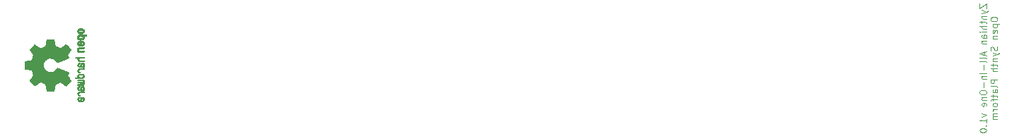
<source format=gbr>
G04 #@! TF.FileFunction,Legend,Bot*
%FSLAX46Y46*%
G04 Gerber Fmt 4.6, Leading zero omitted, Abs format (unit mm)*
G04 Created by KiCad (PCBNEW 4.0.6) date Tue Jun  5 10:56:57 2018*
%MOMM*%
%LPD*%
G01*
G04 APERTURE LIST*
%ADD10C,0.100000*%
%ADD11C,0.120000*%
%ADD12C,0.010000*%
G04 APERTURE END LIST*
D10*
D11*
X172891905Y-108471666D02*
X172891905Y-109004999D01*
X173691905Y-108471666D01*
X173691905Y-109004999D01*
X173158571Y-109233571D02*
X173691905Y-109424047D01*
X173158571Y-109614523D02*
X173691905Y-109424047D01*
X173882381Y-109347856D01*
X173920476Y-109309761D01*
X173958571Y-109233571D01*
X173158571Y-109919285D02*
X173691905Y-109919285D01*
X173234762Y-109919285D02*
X173196667Y-109957380D01*
X173158571Y-110033571D01*
X173158571Y-110147857D01*
X173196667Y-110224047D01*
X173272857Y-110262142D01*
X173691905Y-110262142D01*
X173158571Y-110528809D02*
X173158571Y-110833571D01*
X172891905Y-110643095D02*
X173577619Y-110643095D01*
X173653810Y-110681190D01*
X173691905Y-110757381D01*
X173691905Y-110833571D01*
X173691905Y-111100238D02*
X172891905Y-111100238D01*
X173691905Y-111443095D02*
X173272857Y-111443095D01*
X173196667Y-111405000D01*
X173158571Y-111328810D01*
X173158571Y-111214524D01*
X173196667Y-111138333D01*
X173234762Y-111100238D01*
X173691905Y-111824048D02*
X173158571Y-111824048D01*
X172891905Y-111824048D02*
X172930000Y-111785953D01*
X172968095Y-111824048D01*
X172930000Y-111862143D01*
X172891905Y-111824048D01*
X172968095Y-111824048D01*
X173691905Y-112547857D02*
X173272857Y-112547857D01*
X173196667Y-112509762D01*
X173158571Y-112433572D01*
X173158571Y-112281191D01*
X173196667Y-112205000D01*
X173653810Y-112547857D02*
X173691905Y-112471667D01*
X173691905Y-112281191D01*
X173653810Y-112205000D01*
X173577619Y-112166905D01*
X173501429Y-112166905D01*
X173425238Y-112205000D01*
X173387143Y-112281191D01*
X173387143Y-112471667D01*
X173349048Y-112547857D01*
X173158571Y-112928810D02*
X173691905Y-112928810D01*
X173234762Y-112928810D02*
X173196667Y-112966905D01*
X173158571Y-113043096D01*
X173158571Y-113157382D01*
X173196667Y-113233572D01*
X173272857Y-113271667D01*
X173691905Y-113271667D01*
X173463333Y-114224049D02*
X173463333Y-114605001D01*
X173691905Y-114147858D02*
X172891905Y-114414525D01*
X173691905Y-114681192D01*
X173691905Y-115062144D02*
X173653810Y-114985953D01*
X173577619Y-114947858D01*
X172891905Y-114947858D01*
X173691905Y-115481192D02*
X173653810Y-115405001D01*
X173577619Y-115366906D01*
X172891905Y-115366906D01*
X173387143Y-115785954D02*
X173387143Y-116395478D01*
X173691905Y-116776430D02*
X172891905Y-116776430D01*
X173158571Y-117157382D02*
X173691905Y-117157382D01*
X173234762Y-117157382D02*
X173196667Y-117195477D01*
X173158571Y-117271668D01*
X173158571Y-117385954D01*
X173196667Y-117462144D01*
X173272857Y-117500239D01*
X173691905Y-117500239D01*
X173387143Y-117881192D02*
X173387143Y-118490716D01*
X172891905Y-119024049D02*
X172891905Y-119176430D01*
X172930000Y-119252621D01*
X173006190Y-119328811D01*
X173158571Y-119366906D01*
X173425238Y-119366906D01*
X173577619Y-119328811D01*
X173653810Y-119252621D01*
X173691905Y-119176430D01*
X173691905Y-119024049D01*
X173653810Y-118947859D01*
X173577619Y-118871668D01*
X173425238Y-118833573D01*
X173158571Y-118833573D01*
X173006190Y-118871668D01*
X172930000Y-118947859D01*
X172891905Y-119024049D01*
X173158571Y-119709763D02*
X173691905Y-119709763D01*
X173234762Y-119709763D02*
X173196667Y-119747858D01*
X173158571Y-119824049D01*
X173158571Y-119938335D01*
X173196667Y-120014525D01*
X173272857Y-120052620D01*
X173691905Y-120052620D01*
X173653810Y-120738335D02*
X173691905Y-120662145D01*
X173691905Y-120509764D01*
X173653810Y-120433573D01*
X173577619Y-120395478D01*
X173272857Y-120395478D01*
X173196667Y-120433573D01*
X173158571Y-120509764D01*
X173158571Y-120662145D01*
X173196667Y-120738335D01*
X173272857Y-120776430D01*
X173349048Y-120776430D01*
X173425238Y-120395478D01*
X173158571Y-121652621D02*
X173691905Y-121843097D01*
X173158571Y-122033573D01*
X173691905Y-122757383D02*
X173691905Y-122300240D01*
X173691905Y-122528811D02*
X172891905Y-122528811D01*
X173006190Y-122452621D01*
X173082381Y-122376430D01*
X173120476Y-122300240D01*
X173615714Y-123100240D02*
X173653810Y-123138335D01*
X173691905Y-123100240D01*
X173653810Y-123062145D01*
X173615714Y-123100240D01*
X173691905Y-123100240D01*
X172891905Y-123633573D02*
X172891905Y-123709764D01*
X172930000Y-123785954D01*
X172968095Y-123824049D01*
X173044286Y-123862145D01*
X173196667Y-123900240D01*
X173387143Y-123900240D01*
X173539524Y-123862145D01*
X173615714Y-123824049D01*
X173653810Y-123785954D01*
X173691905Y-123709764D01*
X173691905Y-123633573D01*
X173653810Y-123557383D01*
X173615714Y-123519287D01*
X173539524Y-123481192D01*
X173387143Y-123443097D01*
X173196667Y-123443097D01*
X173044286Y-123481192D01*
X172968095Y-123519287D01*
X172930000Y-123557383D01*
X172891905Y-123633573D01*
X174211905Y-110243093D02*
X174211905Y-110395474D01*
X174250000Y-110471665D01*
X174326190Y-110547855D01*
X174478571Y-110585950D01*
X174745238Y-110585950D01*
X174897619Y-110547855D01*
X174973810Y-110471665D01*
X175011905Y-110395474D01*
X175011905Y-110243093D01*
X174973810Y-110166903D01*
X174897619Y-110090712D01*
X174745238Y-110052617D01*
X174478571Y-110052617D01*
X174326190Y-110090712D01*
X174250000Y-110166903D01*
X174211905Y-110243093D01*
X174478571Y-110928807D02*
X175278571Y-110928807D01*
X174516667Y-110928807D02*
X174478571Y-111004998D01*
X174478571Y-111157379D01*
X174516667Y-111233569D01*
X174554762Y-111271664D01*
X174630952Y-111309760D01*
X174859524Y-111309760D01*
X174935714Y-111271664D01*
X174973810Y-111233569D01*
X175011905Y-111157379D01*
X175011905Y-111004998D01*
X174973810Y-110928807D01*
X174973810Y-111957379D02*
X175011905Y-111881189D01*
X175011905Y-111728808D01*
X174973810Y-111652617D01*
X174897619Y-111614522D01*
X174592857Y-111614522D01*
X174516667Y-111652617D01*
X174478571Y-111728808D01*
X174478571Y-111881189D01*
X174516667Y-111957379D01*
X174592857Y-111995474D01*
X174669048Y-111995474D01*
X174745238Y-111614522D01*
X174478571Y-112338331D02*
X175011905Y-112338331D01*
X174554762Y-112338331D02*
X174516667Y-112376426D01*
X174478571Y-112452617D01*
X174478571Y-112566903D01*
X174516667Y-112643093D01*
X174592857Y-112681188D01*
X175011905Y-112681188D01*
X174973810Y-113633570D02*
X175011905Y-113747856D01*
X175011905Y-113938332D01*
X174973810Y-114014522D01*
X174935714Y-114052618D01*
X174859524Y-114090713D01*
X174783333Y-114090713D01*
X174707143Y-114052618D01*
X174669048Y-114014522D01*
X174630952Y-113938332D01*
X174592857Y-113785951D01*
X174554762Y-113709760D01*
X174516667Y-113671665D01*
X174440476Y-113633570D01*
X174364286Y-113633570D01*
X174288095Y-113671665D01*
X174250000Y-113709760D01*
X174211905Y-113785951D01*
X174211905Y-113976427D01*
X174250000Y-114090713D01*
X174478571Y-114357380D02*
X175011905Y-114547856D01*
X174478571Y-114738332D02*
X175011905Y-114547856D01*
X175202381Y-114471665D01*
X175240476Y-114433570D01*
X175278571Y-114357380D01*
X174478571Y-115043094D02*
X175011905Y-115043094D01*
X174554762Y-115043094D02*
X174516667Y-115081189D01*
X174478571Y-115157380D01*
X174478571Y-115271666D01*
X174516667Y-115347856D01*
X174592857Y-115385951D01*
X175011905Y-115385951D01*
X174478571Y-115652618D02*
X174478571Y-115957380D01*
X174211905Y-115766904D02*
X174897619Y-115766904D01*
X174973810Y-115804999D01*
X175011905Y-115881190D01*
X175011905Y-115957380D01*
X175011905Y-116224047D02*
X174211905Y-116224047D01*
X175011905Y-116566904D02*
X174592857Y-116566904D01*
X174516667Y-116528809D01*
X174478571Y-116452619D01*
X174478571Y-116338333D01*
X174516667Y-116262142D01*
X174554762Y-116224047D01*
X175011905Y-117557381D02*
X174211905Y-117557381D01*
X174211905Y-117862143D01*
X174250000Y-117938334D01*
X174288095Y-117976429D01*
X174364286Y-118014524D01*
X174478571Y-118014524D01*
X174554762Y-117976429D01*
X174592857Y-117938334D01*
X174630952Y-117862143D01*
X174630952Y-117557381D01*
X175011905Y-118471667D02*
X174973810Y-118395476D01*
X174897619Y-118357381D01*
X174211905Y-118357381D01*
X175011905Y-119119286D02*
X174592857Y-119119286D01*
X174516667Y-119081191D01*
X174478571Y-119005001D01*
X174478571Y-118852620D01*
X174516667Y-118776429D01*
X174973810Y-119119286D02*
X175011905Y-119043096D01*
X175011905Y-118852620D01*
X174973810Y-118776429D01*
X174897619Y-118738334D01*
X174821429Y-118738334D01*
X174745238Y-118776429D01*
X174707143Y-118852620D01*
X174707143Y-119043096D01*
X174669048Y-119119286D01*
X174478571Y-119385953D02*
X174478571Y-119690715D01*
X174211905Y-119500239D02*
X174897619Y-119500239D01*
X174973810Y-119538334D01*
X175011905Y-119614525D01*
X175011905Y-119690715D01*
X174478571Y-119843096D02*
X174478571Y-120147858D01*
X175011905Y-119957382D02*
X174326190Y-119957382D01*
X174250000Y-119995477D01*
X174211905Y-120071668D01*
X174211905Y-120147858D01*
X175011905Y-120528811D02*
X174973810Y-120452620D01*
X174935714Y-120414525D01*
X174859524Y-120376430D01*
X174630952Y-120376430D01*
X174554762Y-120414525D01*
X174516667Y-120452620D01*
X174478571Y-120528811D01*
X174478571Y-120643097D01*
X174516667Y-120719287D01*
X174554762Y-120757382D01*
X174630952Y-120795478D01*
X174859524Y-120795478D01*
X174935714Y-120757382D01*
X174973810Y-120719287D01*
X175011905Y-120643097D01*
X175011905Y-120528811D01*
X175011905Y-121138335D02*
X174478571Y-121138335D01*
X174630952Y-121138335D02*
X174554762Y-121176430D01*
X174516667Y-121214526D01*
X174478571Y-121290716D01*
X174478571Y-121366907D01*
X175011905Y-121633573D02*
X174478571Y-121633573D01*
X174554762Y-121633573D02*
X174516667Y-121671668D01*
X174478571Y-121747859D01*
X174478571Y-121862145D01*
X174516667Y-121938335D01*
X174592857Y-121976430D01*
X175011905Y-121976430D01*
X174592857Y-121976430D02*
X174516667Y-122014526D01*
X174478571Y-122090716D01*
X174478571Y-122205002D01*
X174516667Y-122281192D01*
X174592857Y-122319287D01*
X175011905Y-122319287D01*
D12*
G36*
X64916105Y-112592886D02*
X64953327Y-112667539D01*
X65021861Y-112733431D01*
X65047248Y-112751577D01*
X65080466Y-112771345D01*
X65116545Y-112784172D01*
X65164698Y-112791510D01*
X65234136Y-112794813D01*
X65325806Y-112795538D01*
X65451430Y-112792263D01*
X65545754Y-112780877D01*
X65616123Y-112759041D01*
X65669886Y-112724419D01*
X65714388Y-112674670D01*
X65717023Y-112671014D01*
X65743977Y-112621985D01*
X65757312Y-112562945D01*
X65760600Y-112487859D01*
X65760600Y-112365795D01*
X65879097Y-112365744D01*
X65945092Y-112364608D01*
X65983802Y-112357686D01*
X66007019Y-112339598D01*
X66026533Y-112304962D01*
X66030520Y-112296645D01*
X66049203Y-112257720D01*
X66061003Y-112227583D01*
X66062022Y-112205174D01*
X66048361Y-112189433D01*
X66016122Y-112179302D01*
X65961404Y-112173723D01*
X65880311Y-112171635D01*
X65768944Y-112171981D01*
X65623402Y-112173700D01*
X65579869Y-112174237D01*
X65429805Y-112176172D01*
X65331642Y-112177904D01*
X65331642Y-112365692D01*
X65414964Y-112366748D01*
X65469480Y-112371438D01*
X65505437Y-112382051D01*
X65533082Y-112400872D01*
X65546565Y-112413650D01*
X65586017Y-112465890D01*
X65589228Y-112512142D01*
X65556649Y-112559867D01*
X65555446Y-112561077D01*
X65530268Y-112580494D01*
X65496047Y-112592307D01*
X65443348Y-112598265D01*
X65362731Y-112600120D01*
X65344871Y-112600154D01*
X65233775Y-112595670D01*
X65156761Y-112581074D01*
X65109747Y-112554650D01*
X65088650Y-112514683D01*
X65086523Y-112491584D01*
X65096500Y-112436762D01*
X65129352Y-112399158D01*
X65189457Y-112376523D01*
X65281198Y-112366606D01*
X65331642Y-112365692D01*
X65331642Y-112177904D01*
X65313660Y-112178222D01*
X65226279Y-112180873D01*
X65162505Y-112184606D01*
X65117182Y-112189907D01*
X65085155Y-112197258D01*
X65061268Y-112207143D01*
X65040364Y-112220046D01*
X65032498Y-112225579D01*
X64958195Y-112298969D01*
X64916067Y-112391760D01*
X64904322Y-112499096D01*
X64916105Y-112592886D01*
X64916105Y-112592886D01*
G37*
X64916105Y-112592886D02*
X64953327Y-112667539D01*
X65021861Y-112733431D01*
X65047248Y-112751577D01*
X65080466Y-112771345D01*
X65116545Y-112784172D01*
X65164698Y-112791510D01*
X65234136Y-112794813D01*
X65325806Y-112795538D01*
X65451430Y-112792263D01*
X65545754Y-112780877D01*
X65616123Y-112759041D01*
X65669886Y-112724419D01*
X65714388Y-112674670D01*
X65717023Y-112671014D01*
X65743977Y-112621985D01*
X65757312Y-112562945D01*
X65760600Y-112487859D01*
X65760600Y-112365795D01*
X65879097Y-112365744D01*
X65945092Y-112364608D01*
X65983802Y-112357686D01*
X66007019Y-112339598D01*
X66026533Y-112304962D01*
X66030520Y-112296645D01*
X66049203Y-112257720D01*
X66061003Y-112227583D01*
X66062022Y-112205174D01*
X66048361Y-112189433D01*
X66016122Y-112179302D01*
X65961404Y-112173723D01*
X65880311Y-112171635D01*
X65768944Y-112171981D01*
X65623402Y-112173700D01*
X65579869Y-112174237D01*
X65429805Y-112176172D01*
X65331642Y-112177904D01*
X65331642Y-112365692D01*
X65414964Y-112366748D01*
X65469480Y-112371438D01*
X65505437Y-112382051D01*
X65533082Y-112400872D01*
X65546565Y-112413650D01*
X65586017Y-112465890D01*
X65589228Y-112512142D01*
X65556649Y-112559867D01*
X65555446Y-112561077D01*
X65530268Y-112580494D01*
X65496047Y-112592307D01*
X65443348Y-112598265D01*
X65362731Y-112600120D01*
X65344871Y-112600154D01*
X65233775Y-112595670D01*
X65156761Y-112581074D01*
X65109747Y-112554650D01*
X65088650Y-112514683D01*
X65086523Y-112491584D01*
X65096500Y-112436762D01*
X65129352Y-112399158D01*
X65189457Y-112376523D01*
X65281198Y-112366606D01*
X65331642Y-112365692D01*
X65331642Y-112177904D01*
X65313660Y-112178222D01*
X65226279Y-112180873D01*
X65162505Y-112184606D01*
X65117182Y-112189907D01*
X65085155Y-112197258D01*
X65061268Y-112207143D01*
X65040364Y-112220046D01*
X65032498Y-112225579D01*
X64958195Y-112298969D01*
X64916067Y-112391760D01*
X64904322Y-112499096D01*
X64916105Y-112592886D01*
G36*
X64926689Y-114095664D02*
X64962958Y-114158367D01*
X64998958Y-114201961D01*
X65036675Y-114233845D01*
X65082799Y-114255810D01*
X65144021Y-114269649D01*
X65227031Y-114277153D01*
X65338519Y-114280117D01*
X65418662Y-114280461D01*
X65713665Y-114280461D01*
X65788115Y-114114385D01*
X65465002Y-114104615D01*
X65344329Y-114100579D01*
X65256741Y-114096344D01*
X65196250Y-114091097D01*
X65156868Y-114084025D01*
X65132607Y-114074311D01*
X65117480Y-114061144D01*
X65114206Y-114056919D01*
X65088634Y-113992909D01*
X65098753Y-113928208D01*
X65125600Y-113889692D01*
X65144624Y-113874025D01*
X65169588Y-113863180D01*
X65207434Y-113856288D01*
X65265102Y-113852479D01*
X65349535Y-113850883D01*
X65437528Y-113850615D01*
X65547923Y-113850563D01*
X65626063Y-113848672D01*
X65678765Y-113842345D01*
X65712842Y-113828983D01*
X65735111Y-113805985D01*
X65752387Y-113770754D01*
X65770338Y-113723697D01*
X65789878Y-113672303D01*
X65443085Y-113678421D01*
X65318068Y-113680884D01*
X65225682Y-113683767D01*
X65159481Y-113687898D01*
X65113020Y-113694107D01*
X65079856Y-113703226D01*
X65053544Y-113716083D01*
X65030329Y-113731584D01*
X64956169Y-113806371D01*
X64913284Y-113897628D01*
X64903012Y-113996883D01*
X64926689Y-114095664D01*
X64926689Y-114095664D01*
G37*
X64926689Y-114095664D02*
X64962958Y-114158367D01*
X64998958Y-114201961D01*
X65036675Y-114233845D01*
X65082799Y-114255810D01*
X65144021Y-114269649D01*
X65227031Y-114277153D01*
X65338519Y-114280117D01*
X65418662Y-114280461D01*
X65713665Y-114280461D01*
X65788115Y-114114385D01*
X65465002Y-114104615D01*
X65344329Y-114100579D01*
X65256741Y-114096344D01*
X65196250Y-114091097D01*
X65156868Y-114084025D01*
X65132607Y-114074311D01*
X65117480Y-114061144D01*
X65114206Y-114056919D01*
X65088634Y-113992909D01*
X65098753Y-113928208D01*
X65125600Y-113889692D01*
X65144624Y-113874025D01*
X65169588Y-113863180D01*
X65207434Y-113856288D01*
X65265102Y-113852479D01*
X65349535Y-113850883D01*
X65437528Y-113850615D01*
X65547923Y-113850563D01*
X65626063Y-113848672D01*
X65678765Y-113842345D01*
X65712842Y-113828983D01*
X65735111Y-113805985D01*
X65752387Y-113770754D01*
X65770338Y-113723697D01*
X65789878Y-113672303D01*
X65443085Y-113678421D01*
X65318068Y-113680884D01*
X65225682Y-113683767D01*
X65159481Y-113687898D01*
X65113020Y-113694107D01*
X65079856Y-113703226D01*
X65053544Y-113716083D01*
X65030329Y-113731584D01*
X64956169Y-113806371D01*
X64913284Y-113897628D01*
X64903012Y-113996883D01*
X64926689Y-114095664D01*
G36*
X64918856Y-111840886D02*
X64967009Y-111932464D01*
X65044505Y-112000049D01*
X65094327Y-112024057D01*
X65169133Y-112042738D01*
X65263652Y-112052301D01*
X65366810Y-112053208D01*
X65467535Y-112045921D01*
X65554753Y-112030903D01*
X65617391Y-112008615D01*
X65628179Y-112001765D01*
X65708705Y-111920632D01*
X65756936Y-111824266D01*
X65771050Y-111719701D01*
X65749229Y-111613968D01*
X65736147Y-111584543D01*
X65695831Y-111527241D01*
X65642375Y-111476950D01*
X65635595Y-111472197D01*
X65602921Y-111452878D01*
X65567994Y-111440108D01*
X65522014Y-111432564D01*
X65456184Y-111428924D01*
X65361705Y-111427865D01*
X65340523Y-111427846D01*
X65333782Y-111427894D01*
X65333782Y-111623231D01*
X65422949Y-111624368D01*
X65482120Y-111628841D01*
X65520341Y-111638246D01*
X65546653Y-111654176D01*
X65555446Y-111662308D01*
X65588861Y-111709058D01*
X65587337Y-111754447D01*
X65558352Y-111800340D01*
X65527409Y-111827712D01*
X65482243Y-111843923D01*
X65411020Y-111853026D01*
X65402714Y-111853651D01*
X65273637Y-111855204D01*
X65177772Y-111838965D01*
X65115707Y-111805152D01*
X65088032Y-111753984D01*
X65086523Y-111735720D01*
X65094113Y-111687760D01*
X65120408Y-111654953D01*
X65170695Y-111634895D01*
X65250264Y-111625178D01*
X65333782Y-111623231D01*
X65333782Y-111427894D01*
X65239849Y-111428574D01*
X65169506Y-111431629D01*
X65120763Y-111438322D01*
X65084888Y-111449960D01*
X65053148Y-111467853D01*
X65047248Y-111471808D01*
X64967704Y-111538267D01*
X64921529Y-111610685D01*
X64903199Y-111698849D01*
X64902303Y-111728787D01*
X64918856Y-111840886D01*
X64918856Y-111840886D01*
G37*
X64918856Y-111840886D02*
X64967009Y-111932464D01*
X65044505Y-112000049D01*
X65094327Y-112024057D01*
X65169133Y-112042738D01*
X65263652Y-112052301D01*
X65366810Y-112053208D01*
X65467535Y-112045921D01*
X65554753Y-112030903D01*
X65617391Y-112008615D01*
X65628179Y-112001765D01*
X65708705Y-111920632D01*
X65756936Y-111824266D01*
X65771050Y-111719701D01*
X65749229Y-111613968D01*
X65736147Y-111584543D01*
X65695831Y-111527241D01*
X65642375Y-111476950D01*
X65635595Y-111472197D01*
X65602921Y-111452878D01*
X65567994Y-111440108D01*
X65522014Y-111432564D01*
X65456184Y-111428924D01*
X65361705Y-111427865D01*
X65340523Y-111427846D01*
X65333782Y-111427894D01*
X65333782Y-111623231D01*
X65422949Y-111624368D01*
X65482120Y-111628841D01*
X65520341Y-111638246D01*
X65546653Y-111654176D01*
X65555446Y-111662308D01*
X65588861Y-111709058D01*
X65587337Y-111754447D01*
X65558352Y-111800340D01*
X65527409Y-111827712D01*
X65482243Y-111843923D01*
X65411020Y-111853026D01*
X65402714Y-111853651D01*
X65273637Y-111855204D01*
X65177772Y-111838965D01*
X65115707Y-111805152D01*
X65088032Y-111753984D01*
X65086523Y-111735720D01*
X65094113Y-111687760D01*
X65120408Y-111654953D01*
X65170695Y-111634895D01*
X65250264Y-111625178D01*
X65333782Y-111623231D01*
X65333782Y-111427894D01*
X65239849Y-111428574D01*
X65169506Y-111431629D01*
X65120763Y-111438322D01*
X65084888Y-111449960D01*
X65053148Y-111467853D01*
X65047248Y-111471808D01*
X64967704Y-111538267D01*
X64921529Y-111610685D01*
X64903199Y-111698849D01*
X64902303Y-111728787D01*
X64918856Y-111840886D01*
G36*
X64931345Y-113358254D02*
X64983167Y-113435286D01*
X65058012Y-113494816D01*
X65153254Y-113530378D01*
X65223356Y-113537571D01*
X65252609Y-113536754D01*
X65275007Y-113529914D01*
X65295074Y-113511112D01*
X65317333Y-113474408D01*
X65346309Y-113413862D01*
X65386527Y-113323534D01*
X65386729Y-113323077D01*
X65424810Y-113239933D01*
X65458625Y-113171753D01*
X65484533Y-113125505D01*
X65498895Y-113108158D01*
X65499011Y-113108154D01*
X65530285Y-113123443D01*
X65564757Y-113159196D01*
X65589590Y-113200242D01*
X65594523Y-113221037D01*
X65577462Y-113277770D01*
X65534733Y-113326627D01*
X65487755Y-113350465D01*
X65453122Y-113373397D01*
X65413681Y-113418318D01*
X65379609Y-113471123D01*
X65361080Y-113517710D01*
X65360062Y-113527452D01*
X65376815Y-113538418D01*
X65419639Y-113539079D01*
X65477381Y-113531020D01*
X65538889Y-113515827D01*
X65593009Y-113495086D01*
X65595110Y-113494038D01*
X65682260Y-113431621D01*
X65741539Y-113350726D01*
X65770634Y-113258856D01*
X65767234Y-113163513D01*
X65729028Y-113072198D01*
X65726341Y-113068138D01*
X65661242Y-112996306D01*
X65576305Y-112949073D01*
X65464621Y-112922934D01*
X65433243Y-112919426D01*
X65285136Y-112913213D01*
X65216068Y-112920661D01*
X65216068Y-113108154D01*
X65259152Y-113110590D01*
X65271726Y-113123914D01*
X65262319Y-113157132D01*
X65240083Y-113209494D01*
X65212210Y-113268024D01*
X65211472Y-113269479D01*
X65185377Y-113319089D01*
X65167963Y-113339000D01*
X65149707Y-113334090D01*
X65125720Y-113313416D01*
X65091006Y-113260819D01*
X65088456Y-113204177D01*
X65113719Y-113153369D01*
X65162447Y-113118276D01*
X65216068Y-113108154D01*
X65216068Y-112920661D01*
X65166636Y-112925992D01*
X65072655Y-112958778D01*
X65006815Y-113004421D01*
X64940281Y-113086802D01*
X64907276Y-113177546D01*
X64905173Y-113270185D01*
X64931345Y-113358254D01*
X64931345Y-113358254D01*
G37*
X64931345Y-113358254D02*
X64983167Y-113435286D01*
X65058012Y-113494816D01*
X65153254Y-113530378D01*
X65223356Y-113537571D01*
X65252609Y-113536754D01*
X65275007Y-113529914D01*
X65295074Y-113511112D01*
X65317333Y-113474408D01*
X65346309Y-113413862D01*
X65386527Y-113323534D01*
X65386729Y-113323077D01*
X65424810Y-113239933D01*
X65458625Y-113171753D01*
X65484533Y-113125505D01*
X65498895Y-113108158D01*
X65499011Y-113108154D01*
X65530285Y-113123443D01*
X65564757Y-113159196D01*
X65589590Y-113200242D01*
X65594523Y-113221037D01*
X65577462Y-113277770D01*
X65534733Y-113326627D01*
X65487755Y-113350465D01*
X65453122Y-113373397D01*
X65413681Y-113418318D01*
X65379609Y-113471123D01*
X65361080Y-113517710D01*
X65360062Y-113527452D01*
X65376815Y-113538418D01*
X65419639Y-113539079D01*
X65477381Y-113531020D01*
X65538889Y-113515827D01*
X65593009Y-113495086D01*
X65595110Y-113494038D01*
X65682260Y-113431621D01*
X65741539Y-113350726D01*
X65770634Y-113258856D01*
X65767234Y-113163513D01*
X65729028Y-113072198D01*
X65726341Y-113068138D01*
X65661242Y-112996306D01*
X65576305Y-112949073D01*
X65464621Y-112922934D01*
X65433243Y-112919426D01*
X65285136Y-112913213D01*
X65216068Y-112920661D01*
X65216068Y-113108154D01*
X65259152Y-113110590D01*
X65271726Y-113123914D01*
X65262319Y-113157132D01*
X65240083Y-113209494D01*
X65212210Y-113268024D01*
X65211472Y-113269479D01*
X65185377Y-113319089D01*
X65167963Y-113339000D01*
X65149707Y-113334090D01*
X65125720Y-113313416D01*
X65091006Y-113260819D01*
X65088456Y-113204177D01*
X65113719Y-113153369D01*
X65162447Y-113118276D01*
X65216068Y-113108154D01*
X65216068Y-112920661D01*
X65166636Y-112925992D01*
X65072655Y-112958778D01*
X65006815Y-113004421D01*
X64940281Y-113086802D01*
X64907276Y-113177546D01*
X64905173Y-113270185D01*
X64931345Y-113358254D01*
G36*
X64823720Y-114983846D02*
X64903580Y-114989572D01*
X64950639Y-114996149D01*
X64971166Y-115005262D01*
X64971429Y-115018598D01*
X64968978Y-115022923D01*
X64951236Y-115080444D01*
X64952272Y-115155268D01*
X64970510Y-115231339D01*
X64994105Y-115278918D01*
X65031798Y-115327702D01*
X65074455Y-115363364D01*
X65128657Y-115387845D01*
X65200984Y-115403087D01*
X65298019Y-115411030D01*
X65426342Y-115413616D01*
X65450958Y-115413662D01*
X65727470Y-115413692D01*
X65748920Y-115352161D01*
X65763512Y-115308459D01*
X65770306Y-115284482D01*
X65770369Y-115283777D01*
X65751945Y-115281415D01*
X65701126Y-115279406D01*
X65624593Y-115277901D01*
X65529030Y-115277053D01*
X65470929Y-115276923D01*
X65356371Y-115276651D01*
X65274267Y-115275252D01*
X65217993Y-115271849D01*
X65180926Y-115265567D01*
X65156444Y-115255529D01*
X65137925Y-115240861D01*
X65129006Y-115231702D01*
X65093066Y-115168789D01*
X65090375Y-115100136D01*
X65120770Y-115037848D01*
X65131744Y-115026329D01*
X65152379Y-115009433D01*
X65176856Y-114997714D01*
X65212247Y-114990233D01*
X65265626Y-114986054D01*
X65344066Y-114984237D01*
X65452217Y-114983846D01*
X65727470Y-114983846D01*
X65748920Y-114922315D01*
X65763512Y-114878613D01*
X65770306Y-114854636D01*
X65770369Y-114853930D01*
X65751669Y-114852126D01*
X65698922Y-114850500D01*
X65617157Y-114849117D01*
X65511405Y-114848042D01*
X65386694Y-114847340D01*
X65248055Y-114847077D01*
X64713406Y-114847077D01*
X64659836Y-114974077D01*
X64823720Y-114983846D01*
X64823720Y-114983846D01*
G37*
X64823720Y-114983846D02*
X64903580Y-114989572D01*
X64950639Y-114996149D01*
X64971166Y-115005262D01*
X64971429Y-115018598D01*
X64968978Y-115022923D01*
X64951236Y-115080444D01*
X64952272Y-115155268D01*
X64970510Y-115231339D01*
X64994105Y-115278918D01*
X65031798Y-115327702D01*
X65074455Y-115363364D01*
X65128657Y-115387845D01*
X65200984Y-115403087D01*
X65298019Y-115411030D01*
X65426342Y-115413616D01*
X65450958Y-115413662D01*
X65727470Y-115413692D01*
X65748920Y-115352161D01*
X65763512Y-115308459D01*
X65770306Y-115284482D01*
X65770369Y-115283777D01*
X65751945Y-115281415D01*
X65701126Y-115279406D01*
X65624593Y-115277901D01*
X65529030Y-115277053D01*
X65470929Y-115276923D01*
X65356371Y-115276651D01*
X65274267Y-115275252D01*
X65217993Y-115271849D01*
X65180926Y-115265567D01*
X65156444Y-115255529D01*
X65137925Y-115240861D01*
X65129006Y-115231702D01*
X65093066Y-115168789D01*
X65090375Y-115100136D01*
X65120770Y-115037848D01*
X65131744Y-115026329D01*
X65152379Y-115009433D01*
X65176856Y-114997714D01*
X65212247Y-114990233D01*
X65265626Y-114986054D01*
X65344066Y-114984237D01*
X65452217Y-114983846D01*
X65727470Y-114983846D01*
X65748920Y-114922315D01*
X65763512Y-114878613D01*
X65770306Y-114854636D01*
X65770369Y-114853930D01*
X65751669Y-114852126D01*
X65698922Y-114850500D01*
X65617157Y-114849117D01*
X65511405Y-114848042D01*
X65386694Y-114847340D01*
X65248055Y-114847077D01*
X64713406Y-114847077D01*
X64659836Y-114974077D01*
X64823720Y-114983846D01*
G36*
X64957903Y-115877501D02*
X64986333Y-115954060D01*
X64986879Y-115954936D01*
X65021727Y-116002285D01*
X65062452Y-116037241D01*
X65115525Y-116061825D01*
X65187414Y-116078062D01*
X65284592Y-116087975D01*
X65413528Y-116093586D01*
X65431898Y-116094077D01*
X65708887Y-116101141D01*
X65739628Y-116041695D01*
X65760402Y-115998681D01*
X65770246Y-115972710D01*
X65770369Y-115971509D01*
X65752206Y-115967014D01*
X65703212Y-115963444D01*
X65631631Y-115961248D01*
X65573668Y-115960769D01*
X65479770Y-115960758D01*
X65420803Y-115956466D01*
X65392679Y-115941503D01*
X65391306Y-115909482D01*
X65412598Y-115854014D01*
X65451736Y-115770269D01*
X65484243Y-115708689D01*
X65512445Y-115677017D01*
X65543182Y-115667706D01*
X65544704Y-115667692D01*
X65597654Y-115683057D01*
X65626260Y-115728547D01*
X65630403Y-115798166D01*
X65629684Y-115848313D01*
X65644127Y-115874754D01*
X65678818Y-115891243D01*
X65723016Y-115900733D01*
X65748093Y-115887057D01*
X65751682Y-115881907D01*
X65766096Y-115833425D01*
X65768137Y-115765531D01*
X65758583Y-115695612D01*
X65741122Y-115646068D01*
X65682964Y-115577570D01*
X65602008Y-115538634D01*
X65538760Y-115530923D01*
X65481711Y-115536807D01*
X65435142Y-115558101D01*
X65393781Y-115600265D01*
X65352355Y-115668759D01*
X65305593Y-115769044D01*
X65302950Y-115775154D01*
X65261217Y-115865490D01*
X65226991Y-115921235D01*
X65196235Y-115945129D01*
X65164911Y-115939913D01*
X65128983Y-115908328D01*
X65120716Y-115898883D01*
X65088658Y-115835617D01*
X65090007Y-115770064D01*
X65121438Y-115712972D01*
X65179624Y-115675093D01*
X65191046Y-115671574D01*
X65246437Y-115637300D01*
X65273118Y-115593809D01*
X65299560Y-115530923D01*
X65231148Y-115530923D01*
X65131710Y-115550052D01*
X65040502Y-115606831D01*
X65009989Y-115636378D01*
X64970828Y-115703542D01*
X64953100Y-115788956D01*
X64957903Y-115877501D01*
X64957903Y-115877501D01*
G37*
X64957903Y-115877501D02*
X64986333Y-115954060D01*
X64986879Y-115954936D01*
X65021727Y-116002285D01*
X65062452Y-116037241D01*
X65115525Y-116061825D01*
X65187414Y-116078062D01*
X65284592Y-116087975D01*
X65413528Y-116093586D01*
X65431898Y-116094077D01*
X65708887Y-116101141D01*
X65739628Y-116041695D01*
X65760402Y-115998681D01*
X65770246Y-115972710D01*
X65770369Y-115971509D01*
X65752206Y-115967014D01*
X65703212Y-115963444D01*
X65631631Y-115961248D01*
X65573668Y-115960769D01*
X65479770Y-115960758D01*
X65420803Y-115956466D01*
X65392679Y-115941503D01*
X65391306Y-115909482D01*
X65412598Y-115854014D01*
X65451736Y-115770269D01*
X65484243Y-115708689D01*
X65512445Y-115677017D01*
X65543182Y-115667706D01*
X65544704Y-115667692D01*
X65597654Y-115683057D01*
X65626260Y-115728547D01*
X65630403Y-115798166D01*
X65629684Y-115848313D01*
X65644127Y-115874754D01*
X65678818Y-115891243D01*
X65723016Y-115900733D01*
X65748093Y-115887057D01*
X65751682Y-115881907D01*
X65766096Y-115833425D01*
X65768137Y-115765531D01*
X65758583Y-115695612D01*
X65741122Y-115646068D01*
X65682964Y-115577570D01*
X65602008Y-115538634D01*
X65538760Y-115530923D01*
X65481711Y-115536807D01*
X65435142Y-115558101D01*
X65393781Y-115600265D01*
X65352355Y-115668759D01*
X65305593Y-115769044D01*
X65302950Y-115775154D01*
X65261217Y-115865490D01*
X65226991Y-115921235D01*
X65196235Y-115945129D01*
X65164911Y-115939913D01*
X65128983Y-115908328D01*
X65120716Y-115898883D01*
X65088658Y-115835617D01*
X65090007Y-115770064D01*
X65121438Y-115712972D01*
X65179624Y-115675093D01*
X65191046Y-115671574D01*
X65246437Y-115637300D01*
X65273118Y-115593809D01*
X65299560Y-115530923D01*
X65231148Y-115530923D01*
X65131710Y-115550052D01*
X65040502Y-115606831D01*
X65009989Y-115636378D01*
X64970828Y-115703542D01*
X64953100Y-115788956D01*
X64957903Y-115877501D01*
G36*
X64956270Y-116537362D02*
X64989021Y-116626117D01*
X65046950Y-116698022D01*
X65087728Y-116726144D01*
X65162554Y-116756802D01*
X65216658Y-116756165D01*
X65253046Y-116723987D01*
X65259233Y-116712081D01*
X65278525Y-116660675D01*
X65273582Y-116634422D01*
X65241187Y-116625530D01*
X65223292Y-116625077D01*
X65157459Y-116608797D01*
X65111407Y-116566365D01*
X65089164Y-116507388D01*
X65094761Y-116441475D01*
X65123829Y-116387895D01*
X65140410Y-116369798D01*
X65160525Y-116356971D01*
X65190932Y-116348306D01*
X65238388Y-116342696D01*
X65309650Y-116339035D01*
X65411475Y-116336215D01*
X65443715Y-116335484D01*
X65554010Y-116332820D01*
X65631636Y-116329792D01*
X65682996Y-116325250D01*
X65714490Y-116318046D01*
X65732520Y-116307033D01*
X65743488Y-116291060D01*
X65748333Y-116280834D01*
X65764901Y-116237406D01*
X65770369Y-116211842D01*
X65752107Y-116203395D01*
X65696896Y-116198239D01*
X65604099Y-116196346D01*
X65473078Y-116197689D01*
X65452869Y-116198107D01*
X65333333Y-116201058D01*
X65246049Y-116204548D01*
X65184191Y-116209514D01*
X65140936Y-116216893D01*
X65109460Y-116227624D01*
X65082939Y-116242645D01*
X65071575Y-116250502D01*
X65021292Y-116295553D01*
X64982181Y-116345940D01*
X64978767Y-116352108D01*
X64951812Y-116442458D01*
X64956270Y-116537362D01*
X64956270Y-116537362D01*
G37*
X64956270Y-116537362D02*
X64989021Y-116626117D01*
X65046950Y-116698022D01*
X65087728Y-116726144D01*
X65162554Y-116756802D01*
X65216658Y-116756165D01*
X65253046Y-116723987D01*
X65259233Y-116712081D01*
X65278525Y-116660675D01*
X65273582Y-116634422D01*
X65241187Y-116625530D01*
X65223292Y-116625077D01*
X65157459Y-116608797D01*
X65111407Y-116566365D01*
X65089164Y-116507388D01*
X65094761Y-116441475D01*
X65123829Y-116387895D01*
X65140410Y-116369798D01*
X65160525Y-116356971D01*
X65190932Y-116348306D01*
X65238388Y-116342696D01*
X65309650Y-116339035D01*
X65411475Y-116336215D01*
X65443715Y-116335484D01*
X65554010Y-116332820D01*
X65631636Y-116329792D01*
X65682996Y-116325250D01*
X65714490Y-116318046D01*
X65732520Y-116307033D01*
X65743488Y-116291060D01*
X65748333Y-116280834D01*
X65764901Y-116237406D01*
X65770369Y-116211842D01*
X65752107Y-116203395D01*
X65696896Y-116198239D01*
X65604099Y-116196346D01*
X65473078Y-116197689D01*
X65452869Y-116198107D01*
X65333333Y-116201058D01*
X65246049Y-116204548D01*
X65184191Y-116209514D01*
X65140936Y-116216893D01*
X65109460Y-116227624D01*
X65082939Y-116242645D01*
X65071575Y-116250502D01*
X65021292Y-116295553D01*
X64982181Y-116345940D01*
X64978767Y-116352108D01*
X64951812Y-116442458D01*
X64956270Y-116537362D01*
G36*
X65111889Y-117426081D02*
X65257920Y-117425833D01*
X65370255Y-117424872D01*
X65454278Y-117422794D01*
X65515369Y-117419193D01*
X65558909Y-117413665D01*
X65590279Y-117405804D01*
X65614862Y-117395207D01*
X65628894Y-117387182D01*
X65704988Y-117320728D01*
X65752684Y-117236470D01*
X65769799Y-117143249D01*
X65754146Y-117049900D01*
X65726018Y-116994312D01*
X65677360Y-116935957D01*
X65617933Y-116896186D01*
X65540107Y-116872190D01*
X65436252Y-116861161D01*
X65360062Y-116859599D01*
X65354586Y-116859809D01*
X65354586Y-116996308D01*
X65441955Y-116997141D01*
X65499792Y-117000961D01*
X65537629Y-117009746D01*
X65564998Y-117025474D01*
X65585642Y-117044266D01*
X65625490Y-117107375D01*
X65628895Y-117175137D01*
X65595625Y-117239179D01*
X65591117Y-117244164D01*
X65567667Y-117265439D01*
X65539766Y-117278779D01*
X65498241Y-117286001D01*
X65433916Y-117288923D01*
X65362800Y-117289385D01*
X65273458Y-117288383D01*
X65213858Y-117284238D01*
X65174689Y-117275236D01*
X65146640Y-117259667D01*
X65131744Y-117246902D01*
X65094175Y-117187600D01*
X65089657Y-117119301D01*
X65118353Y-117054110D01*
X65129006Y-117041528D01*
X65152663Y-117020111D01*
X65180851Y-117006744D01*
X65222845Y-116999566D01*
X65287919Y-116996719D01*
X65354586Y-116996308D01*
X65354586Y-116859809D01*
X65237365Y-116864322D01*
X65145177Y-116880362D01*
X65075869Y-116910528D01*
X65021811Y-116957629D01*
X64994105Y-116994312D01*
X64964172Y-117060990D01*
X64950278Y-117138272D01*
X64953997Y-117210110D01*
X64969000Y-117250308D01*
X64973270Y-117266082D01*
X64957350Y-117276550D01*
X64914689Y-117283856D01*
X64849706Y-117289385D01*
X64777332Y-117295437D01*
X64733787Y-117303844D01*
X64708887Y-117319141D01*
X64692445Y-117345864D01*
X64685164Y-117362654D01*
X64658563Y-117426154D01*
X65111889Y-117426081D01*
X65111889Y-117426081D01*
G37*
X65111889Y-117426081D02*
X65257920Y-117425833D01*
X65370255Y-117424872D01*
X65454278Y-117422794D01*
X65515369Y-117419193D01*
X65558909Y-117413665D01*
X65590279Y-117405804D01*
X65614862Y-117395207D01*
X65628894Y-117387182D01*
X65704988Y-117320728D01*
X65752684Y-117236470D01*
X65769799Y-117143249D01*
X65754146Y-117049900D01*
X65726018Y-116994312D01*
X65677360Y-116935957D01*
X65617933Y-116896186D01*
X65540107Y-116872190D01*
X65436252Y-116861161D01*
X65360062Y-116859599D01*
X65354586Y-116859809D01*
X65354586Y-116996308D01*
X65441955Y-116997141D01*
X65499792Y-117000961D01*
X65537629Y-117009746D01*
X65564998Y-117025474D01*
X65585642Y-117044266D01*
X65625490Y-117107375D01*
X65628895Y-117175137D01*
X65595625Y-117239179D01*
X65591117Y-117244164D01*
X65567667Y-117265439D01*
X65539766Y-117278779D01*
X65498241Y-117286001D01*
X65433916Y-117288923D01*
X65362800Y-117289385D01*
X65273458Y-117288383D01*
X65213858Y-117284238D01*
X65174689Y-117275236D01*
X65146640Y-117259667D01*
X65131744Y-117246902D01*
X65094175Y-117187600D01*
X65089657Y-117119301D01*
X65118353Y-117054110D01*
X65129006Y-117041528D01*
X65152663Y-117020111D01*
X65180851Y-117006744D01*
X65222845Y-116999566D01*
X65287919Y-116996719D01*
X65354586Y-116996308D01*
X65354586Y-116859809D01*
X65237365Y-116864322D01*
X65145177Y-116880362D01*
X65075869Y-116910528D01*
X65021811Y-116957629D01*
X64994105Y-116994312D01*
X64964172Y-117060990D01*
X64950278Y-117138272D01*
X64953997Y-117210110D01*
X64969000Y-117250308D01*
X64973270Y-117266082D01*
X64957350Y-117276550D01*
X64914689Y-117283856D01*
X64849706Y-117289385D01*
X64777332Y-117295437D01*
X64733787Y-117303844D01*
X64708887Y-117319141D01*
X64692445Y-117345864D01*
X64685164Y-117362654D01*
X64658563Y-117426154D01*
X65111889Y-117426081D01*
G36*
X64968262Y-118219929D02*
X65019668Y-118222911D01*
X65097792Y-118225247D01*
X65196457Y-118226749D01*
X65299943Y-118227231D01*
X65650133Y-118227231D01*
X65711963Y-118165401D01*
X65750062Y-118122793D01*
X65765495Y-118085390D01*
X65764518Y-118034270D01*
X65762033Y-118013978D01*
X65754800Y-117950554D01*
X65750655Y-117898095D01*
X65750272Y-117885308D01*
X65752776Y-117842199D01*
X65759062Y-117780544D01*
X65762033Y-117756638D01*
X65766628Y-117697922D01*
X65756646Y-117658464D01*
X65725828Y-117619338D01*
X65711963Y-117605215D01*
X65650133Y-117543385D01*
X64995103Y-117543385D01*
X64972429Y-117593150D01*
X64955634Y-117636002D01*
X64949754Y-117661073D01*
X64968336Y-117667501D01*
X65020255Y-117673509D01*
X65099772Y-117678697D01*
X65201146Y-117682664D01*
X65286792Y-117684577D01*
X65623831Y-117689923D01*
X65630425Y-117736560D01*
X65625814Y-117778976D01*
X65610887Y-117799760D01*
X65582977Y-117805570D01*
X65523525Y-117810530D01*
X65440066Y-117814246D01*
X65340132Y-117816324D01*
X65288704Y-117816624D01*
X64992654Y-117816923D01*
X64971204Y-117878454D01*
X64956620Y-117922004D01*
X64949819Y-117945694D01*
X64949754Y-117946377D01*
X64968242Y-117948754D01*
X65019506Y-117951366D01*
X65097249Y-117953995D01*
X65195174Y-117956421D01*
X65286792Y-117958115D01*
X65623831Y-117963461D01*
X65623831Y-118080692D01*
X65316346Y-118086072D01*
X65008861Y-118091451D01*
X64979307Y-118148601D01*
X64959013Y-118190797D01*
X64949804Y-118215770D01*
X64949754Y-118216491D01*
X64968262Y-118219929D01*
X64968262Y-118219929D01*
G37*
X64968262Y-118219929D02*
X65019668Y-118222911D01*
X65097792Y-118225247D01*
X65196457Y-118226749D01*
X65299943Y-118227231D01*
X65650133Y-118227231D01*
X65711963Y-118165401D01*
X65750062Y-118122793D01*
X65765495Y-118085390D01*
X65764518Y-118034270D01*
X65762033Y-118013978D01*
X65754800Y-117950554D01*
X65750655Y-117898095D01*
X65750272Y-117885308D01*
X65752776Y-117842199D01*
X65759062Y-117780544D01*
X65762033Y-117756638D01*
X65766628Y-117697922D01*
X65756646Y-117658464D01*
X65725828Y-117619338D01*
X65711963Y-117605215D01*
X65650133Y-117543385D01*
X64995103Y-117543385D01*
X64972429Y-117593150D01*
X64955634Y-117636002D01*
X64949754Y-117661073D01*
X64968336Y-117667501D01*
X65020255Y-117673509D01*
X65099772Y-117678697D01*
X65201146Y-117682664D01*
X65286792Y-117684577D01*
X65623831Y-117689923D01*
X65630425Y-117736560D01*
X65625814Y-117778976D01*
X65610887Y-117799760D01*
X65582977Y-117805570D01*
X65523525Y-117810530D01*
X65440066Y-117814246D01*
X65340132Y-117816324D01*
X65288704Y-117816624D01*
X64992654Y-117816923D01*
X64971204Y-117878454D01*
X64956620Y-117922004D01*
X64949819Y-117945694D01*
X64949754Y-117946377D01*
X64968242Y-117948754D01*
X65019506Y-117951366D01*
X65097249Y-117953995D01*
X65195174Y-117956421D01*
X65286792Y-117958115D01*
X65623831Y-117963461D01*
X65623831Y-118080692D01*
X65316346Y-118086072D01*
X65008861Y-118091451D01*
X64979307Y-118148601D01*
X64959013Y-118190797D01*
X64949804Y-118215770D01*
X64949754Y-118216491D01*
X64968262Y-118219929D01*
G36*
X64965128Y-118711333D02*
X64990717Y-118767590D01*
X65021724Y-118811747D01*
X65056395Y-118844101D01*
X65101120Y-118866438D01*
X65162292Y-118880546D01*
X65246301Y-118888211D01*
X65359540Y-118891220D01*
X65434109Y-118891538D01*
X65725020Y-118891538D01*
X65747695Y-118841773D01*
X65764267Y-118802576D01*
X65770369Y-118783157D01*
X65752210Y-118779442D01*
X65703248Y-118776495D01*
X65631753Y-118774691D01*
X65574985Y-118774308D01*
X65492971Y-118772661D01*
X65427909Y-118768222D01*
X65388067Y-118761740D01*
X65379600Y-118756590D01*
X65388246Y-118721977D01*
X65410423Y-118667640D01*
X65440486Y-118604722D01*
X65472792Y-118544368D01*
X65501698Y-118497721D01*
X65521561Y-118475926D01*
X65521775Y-118475839D01*
X65558535Y-118477714D01*
X65593626Y-118494525D01*
X65622128Y-118524039D01*
X65631661Y-118567116D01*
X65630550Y-118603932D01*
X65629733Y-118656074D01*
X65641949Y-118683444D01*
X65674224Y-118699882D01*
X65680310Y-118701955D01*
X65726339Y-118709081D01*
X65754287Y-118690024D01*
X65767607Y-118640353D01*
X65770070Y-118586697D01*
X65751810Y-118490142D01*
X65725731Y-118440159D01*
X65664468Y-118378429D01*
X65589270Y-118345690D01*
X65509811Y-118342753D01*
X65435767Y-118370424D01*
X65389369Y-118412047D01*
X65363393Y-118453604D01*
X65330507Y-118518922D01*
X65297157Y-118595038D01*
X65292061Y-118607726D01*
X65255165Y-118691333D01*
X65222646Y-118739530D01*
X65190318Y-118755030D01*
X65153994Y-118740550D01*
X65125600Y-118715692D01*
X65090639Y-118656939D01*
X65088017Y-118592293D01*
X65114958Y-118533008D01*
X65168688Y-118490339D01*
X65182550Y-118484739D01*
X65233536Y-118452133D01*
X65271387Y-118404530D01*
X65302450Y-118344461D01*
X65214368Y-118344461D01*
X65160551Y-118347997D01*
X65118134Y-118363156D01*
X65072879Y-118396768D01*
X65038020Y-118429035D01*
X64988662Y-118479209D01*
X64962147Y-118518193D01*
X64951511Y-118560064D01*
X64949754Y-118607460D01*
X64965128Y-118711333D01*
X64965128Y-118711333D01*
G37*
X64965128Y-118711333D02*
X64990717Y-118767590D01*
X65021724Y-118811747D01*
X65056395Y-118844101D01*
X65101120Y-118866438D01*
X65162292Y-118880546D01*
X65246301Y-118888211D01*
X65359540Y-118891220D01*
X65434109Y-118891538D01*
X65725020Y-118891538D01*
X65747695Y-118841773D01*
X65764267Y-118802576D01*
X65770369Y-118783157D01*
X65752210Y-118779442D01*
X65703248Y-118776495D01*
X65631753Y-118774691D01*
X65574985Y-118774308D01*
X65492971Y-118772661D01*
X65427909Y-118768222D01*
X65388067Y-118761740D01*
X65379600Y-118756590D01*
X65388246Y-118721977D01*
X65410423Y-118667640D01*
X65440486Y-118604722D01*
X65472792Y-118544368D01*
X65501698Y-118497721D01*
X65521561Y-118475926D01*
X65521775Y-118475839D01*
X65558535Y-118477714D01*
X65593626Y-118494525D01*
X65622128Y-118524039D01*
X65631661Y-118567116D01*
X65630550Y-118603932D01*
X65629733Y-118656074D01*
X65641949Y-118683444D01*
X65674224Y-118699882D01*
X65680310Y-118701955D01*
X65726339Y-118709081D01*
X65754287Y-118690024D01*
X65767607Y-118640353D01*
X65770070Y-118586697D01*
X65751810Y-118490142D01*
X65725731Y-118440159D01*
X65664468Y-118378429D01*
X65589270Y-118345690D01*
X65509811Y-118342753D01*
X65435767Y-118370424D01*
X65389369Y-118412047D01*
X65363393Y-118453604D01*
X65330507Y-118518922D01*
X65297157Y-118595038D01*
X65292061Y-118607726D01*
X65255165Y-118691333D01*
X65222646Y-118739530D01*
X65190318Y-118755030D01*
X65153994Y-118740550D01*
X65125600Y-118715692D01*
X65090639Y-118656939D01*
X65088017Y-118592293D01*
X65114958Y-118533008D01*
X65168688Y-118490339D01*
X65182550Y-118484739D01*
X65233536Y-118452133D01*
X65271387Y-118404530D01*
X65302450Y-118344461D01*
X65214368Y-118344461D01*
X65160551Y-118347997D01*
X65118134Y-118363156D01*
X65072879Y-118396768D01*
X65038020Y-118429035D01*
X64988662Y-118479209D01*
X64962147Y-118518193D01*
X64951511Y-118560064D01*
X64949754Y-118607460D01*
X64965128Y-118711333D01*
G36*
X64968382Y-119394807D02*
X64978588Y-119418161D01*
X65022734Y-119473902D01*
X65086567Y-119521569D01*
X65154687Y-119551048D01*
X65188270Y-119555846D01*
X65235156Y-119539760D01*
X65259965Y-119504475D01*
X65274987Y-119466644D01*
X65277755Y-119449321D01*
X65257666Y-119440886D01*
X65213951Y-119424230D01*
X65194198Y-119416923D01*
X65125871Y-119375948D01*
X65091791Y-119316622D01*
X65092839Y-119240552D01*
X65094181Y-119234918D01*
X65113436Y-119194305D01*
X65150975Y-119164448D01*
X65211409Y-119144055D01*
X65299351Y-119131836D01*
X65419413Y-119126500D01*
X65483298Y-119126000D01*
X65584003Y-119125752D01*
X65652654Y-119124126D01*
X65696273Y-119119801D01*
X65721882Y-119111454D01*
X65736503Y-119097765D01*
X65747158Y-119077411D01*
X65747695Y-119076234D01*
X65764267Y-119037038D01*
X65770369Y-119017619D01*
X65751919Y-119014635D01*
X65700923Y-119012081D01*
X65623908Y-119010140D01*
X65527405Y-119008997D01*
X65456784Y-119008769D01*
X65320125Y-119009932D01*
X65216451Y-119014479D01*
X65139708Y-119023999D01*
X65083846Y-119040081D01*
X65042812Y-119064313D01*
X65010554Y-119098286D01*
X64988040Y-119131833D01*
X64958076Y-119212499D01*
X64951318Y-119306381D01*
X64968382Y-119394807D01*
X64968382Y-119394807D01*
G37*
X64968382Y-119394807D02*
X64978588Y-119418161D01*
X65022734Y-119473902D01*
X65086567Y-119521569D01*
X65154687Y-119551048D01*
X65188270Y-119555846D01*
X65235156Y-119539760D01*
X65259965Y-119504475D01*
X65274987Y-119466644D01*
X65277755Y-119449321D01*
X65257666Y-119440886D01*
X65213951Y-119424230D01*
X65194198Y-119416923D01*
X65125871Y-119375948D01*
X65091791Y-119316622D01*
X65092839Y-119240552D01*
X65094181Y-119234918D01*
X65113436Y-119194305D01*
X65150975Y-119164448D01*
X65211409Y-119144055D01*
X65299351Y-119131836D01*
X65419413Y-119126500D01*
X65483298Y-119126000D01*
X65584003Y-119125752D01*
X65652654Y-119124126D01*
X65696273Y-119119801D01*
X65721882Y-119111454D01*
X65736503Y-119097765D01*
X65747158Y-119077411D01*
X65747695Y-119076234D01*
X65764267Y-119037038D01*
X65770369Y-119017619D01*
X65751919Y-119014635D01*
X65700923Y-119012081D01*
X65623908Y-119010140D01*
X65527405Y-119008997D01*
X65456784Y-119008769D01*
X65320125Y-119009932D01*
X65216451Y-119014479D01*
X65139708Y-119023999D01*
X65083846Y-119040081D01*
X65042812Y-119064313D01*
X65010554Y-119098286D01*
X64988040Y-119131833D01*
X64958076Y-119212499D01*
X64951318Y-119306381D01*
X64968382Y-119394807D01*
G36*
X64979438Y-120069224D02*
X65029961Y-120146528D01*
X65075190Y-120183814D01*
X65157263Y-120213353D01*
X65222207Y-120215699D01*
X65309045Y-120210385D01*
X65396703Y-120010115D01*
X65441487Y-119912739D01*
X65477513Y-119849113D01*
X65508717Y-119816029D01*
X65539036Y-119810280D01*
X65572405Y-119828658D01*
X65594523Y-119848923D01*
X65629993Y-119907889D01*
X65632479Y-119972024D01*
X65604835Y-120030926D01*
X65549920Y-120074197D01*
X65530528Y-120081936D01*
X65469964Y-120119006D01*
X65444152Y-120161654D01*
X65422071Y-120220154D01*
X65505784Y-120220154D01*
X65562750Y-120214982D01*
X65610789Y-120194723D01*
X65665946Y-120152262D01*
X65673114Y-120145951D01*
X65722185Y-120098720D01*
X65748520Y-120058121D01*
X65760635Y-120007328D01*
X65764603Y-119965220D01*
X65765591Y-119889902D01*
X65753066Y-119836286D01*
X65734469Y-119802838D01*
X65693575Y-119750268D01*
X65649348Y-119713879D01*
X65593726Y-119690850D01*
X65518647Y-119678359D01*
X65416049Y-119673587D01*
X65363976Y-119673206D01*
X65301548Y-119674501D01*
X65301548Y-119792471D01*
X65335038Y-119793839D01*
X65340523Y-119797249D01*
X65333072Y-119819753D01*
X65313353Y-119868182D01*
X65285318Y-119932908D01*
X65279292Y-119946443D01*
X65237696Y-120028244D01*
X65201138Y-120073312D01*
X65166896Y-120083217D01*
X65132248Y-120059526D01*
X65116939Y-120039960D01*
X65086321Y-119969360D01*
X65091380Y-119903280D01*
X65128751Y-119847959D01*
X65195073Y-119809636D01*
X65247716Y-119797349D01*
X65301548Y-119792471D01*
X65301548Y-119674501D01*
X65242320Y-119675730D01*
X65152310Y-119685032D01*
X65086767Y-119703460D01*
X65038512Y-119733360D01*
X65000367Y-119777080D01*
X64988040Y-119796141D01*
X64955936Y-119882726D01*
X64953916Y-119977522D01*
X64979438Y-120069224D01*
X64979438Y-120069224D01*
G37*
X64979438Y-120069224D02*
X65029961Y-120146528D01*
X65075190Y-120183814D01*
X65157263Y-120213353D01*
X65222207Y-120215699D01*
X65309045Y-120210385D01*
X65396703Y-120010115D01*
X65441487Y-119912739D01*
X65477513Y-119849113D01*
X65508717Y-119816029D01*
X65539036Y-119810280D01*
X65572405Y-119828658D01*
X65594523Y-119848923D01*
X65629993Y-119907889D01*
X65632479Y-119972024D01*
X65604835Y-120030926D01*
X65549920Y-120074197D01*
X65530528Y-120081936D01*
X65469964Y-120119006D01*
X65444152Y-120161654D01*
X65422071Y-120220154D01*
X65505784Y-120220154D01*
X65562750Y-120214982D01*
X65610789Y-120194723D01*
X65665946Y-120152262D01*
X65673114Y-120145951D01*
X65722185Y-120098720D01*
X65748520Y-120058121D01*
X65760635Y-120007328D01*
X65764603Y-119965220D01*
X65765591Y-119889902D01*
X65753066Y-119836286D01*
X65734469Y-119802838D01*
X65693575Y-119750268D01*
X65649348Y-119713879D01*
X65593726Y-119690850D01*
X65518647Y-119678359D01*
X65416049Y-119673587D01*
X65363976Y-119673206D01*
X65301548Y-119674501D01*
X65301548Y-119792471D01*
X65335038Y-119793839D01*
X65340523Y-119797249D01*
X65333072Y-119819753D01*
X65313353Y-119868182D01*
X65285318Y-119932908D01*
X65279292Y-119946443D01*
X65237696Y-120028244D01*
X65201138Y-120073312D01*
X65166896Y-120083217D01*
X65132248Y-120059526D01*
X65116939Y-120039960D01*
X65086321Y-119969360D01*
X65091380Y-119903280D01*
X65128751Y-119847959D01*
X65195073Y-119809636D01*
X65247716Y-119797349D01*
X65301548Y-119792471D01*
X65301548Y-119674501D01*
X65242320Y-119675730D01*
X65152310Y-119685032D01*
X65086767Y-119703460D01*
X65038512Y-119733360D01*
X65000367Y-119777080D01*
X64988040Y-119796141D01*
X64955936Y-119882726D01*
X64953916Y-119977522D01*
X64979438Y-120069224D01*
G36*
X58619376Y-115963878D02*
X58619955Y-116069612D01*
X58621522Y-116146132D01*
X58624572Y-116198372D01*
X58629596Y-116231263D01*
X58637089Y-116249737D01*
X58647544Y-116258727D01*
X58661453Y-116263163D01*
X58663254Y-116263594D01*
X58695745Y-116270333D01*
X58759852Y-116282808D01*
X58848751Y-116299719D01*
X58955619Y-116319771D01*
X59073633Y-116341664D01*
X59077778Y-116342429D01*
X59193431Y-116364359D01*
X59295614Y-116384877D01*
X59378198Y-116402659D01*
X59435056Y-116416381D01*
X59460058Y-116424718D01*
X59460501Y-116425116D01*
X59472710Y-116449677D01*
X59493056Y-116500315D01*
X59517145Y-116566095D01*
X59517274Y-116566461D01*
X59548418Y-116649317D01*
X59588091Y-116747000D01*
X59627981Y-116839077D01*
X59629953Y-116843434D01*
X59698020Y-116993407D01*
X59471239Y-117325498D01*
X59402104Y-117427374D01*
X59340297Y-117519657D01*
X59289333Y-117597003D01*
X59252727Y-117654064D01*
X59233994Y-117685495D01*
X59232604Y-117688479D01*
X59238790Y-117711321D01*
X59268635Y-117753982D01*
X59323547Y-117818128D01*
X59404934Y-117905421D01*
X59491522Y-117994535D01*
X59576847Y-118080441D01*
X59654708Y-118157327D01*
X59720297Y-118220564D01*
X59768805Y-118265523D01*
X59795425Y-118287576D01*
X59796795Y-118288396D01*
X59815063Y-118290834D01*
X59844895Y-118281650D01*
X59890321Y-118258574D01*
X59955370Y-118219337D01*
X60044070Y-118161670D01*
X60158257Y-118084795D01*
X60258762Y-118016570D01*
X60348903Y-117955582D01*
X60423449Y-117905356D01*
X60477165Y-117869416D01*
X60504818Y-117851287D01*
X60506695Y-117850146D01*
X60533190Y-117852359D01*
X60584686Y-117869138D01*
X60651451Y-117897142D01*
X60672772Y-117907122D01*
X60767759Y-117950672D01*
X60875537Y-117997134D01*
X60968792Y-118034877D01*
X61038006Y-118062073D01*
X61090606Y-118083675D01*
X61118097Y-118096158D01*
X61120216Y-118097709D01*
X61123724Y-118120668D01*
X61133338Y-118174786D01*
X61147689Y-118252868D01*
X61165407Y-118347719D01*
X61185125Y-118452143D01*
X61205474Y-118558944D01*
X61225086Y-118660926D01*
X61242591Y-118750894D01*
X61256622Y-118821653D01*
X61265809Y-118866006D01*
X61268407Y-118876885D01*
X61274818Y-118888122D01*
X61289297Y-118896605D01*
X61316733Y-118902714D01*
X61362011Y-118906832D01*
X61430020Y-118909341D01*
X61525647Y-118910621D01*
X61653780Y-118911054D01*
X61706301Y-118911077D01*
X62133445Y-118911077D01*
X62153691Y-118808500D01*
X62164670Y-118751431D01*
X62180695Y-118666269D01*
X62199833Y-118563372D01*
X62220151Y-118453096D01*
X62225732Y-118422615D01*
X62245517Y-118320855D01*
X62264973Y-118232205D01*
X62282297Y-118164108D01*
X62295688Y-118124004D01*
X62299679Y-118117323D01*
X62327942Y-118100919D01*
X62382709Y-118077399D01*
X62453188Y-118051316D01*
X62468369Y-118046142D01*
X62562496Y-118011956D01*
X62668701Y-117969523D01*
X62764073Y-117927997D01*
X62764516Y-117927792D01*
X62914125Y-117858640D01*
X63583217Y-118313512D01*
X63875716Y-118021500D01*
X63962770Y-117933180D01*
X64039509Y-117852625D01*
X64101837Y-117784360D01*
X64145656Y-117732908D01*
X64166870Y-117702794D01*
X64168216Y-117698474D01*
X64157616Y-117673111D01*
X64128147Y-117621358D01*
X64083305Y-117548868D01*
X64026584Y-117461294D01*
X63963062Y-117366612D01*
X63898268Y-117270516D01*
X63841887Y-117184837D01*
X63797388Y-117115016D01*
X63768239Y-117066494D01*
X63757908Y-117044782D01*
X63766650Y-117018293D01*
X63789687Y-116968062D01*
X63822231Y-116904451D01*
X63825849Y-116897708D01*
X63868810Y-116812046D01*
X63889879Y-116753306D01*
X63890103Y-116716772D01*
X63870528Y-116697731D01*
X63870254Y-116697620D01*
X63847072Y-116688102D01*
X63792041Y-116665403D01*
X63709422Y-116631282D01*
X63603472Y-116587500D01*
X63478452Y-116535816D01*
X63338620Y-116477992D01*
X63203237Y-116421991D01*
X63053834Y-116360447D01*
X62915432Y-116303939D01*
X62792273Y-116254161D01*
X62688602Y-116212806D01*
X62608659Y-116181568D01*
X62556688Y-116162141D01*
X62537292Y-116156154D01*
X62515043Y-116171168D01*
X62479582Y-116210439D01*
X62440487Y-116262807D01*
X62316845Y-116411941D01*
X62175122Y-116528511D01*
X62018304Y-116611118D01*
X61849375Y-116658366D01*
X61671322Y-116668857D01*
X61589139Y-116661231D01*
X61418631Y-116619682D01*
X61268059Y-116548123D01*
X61138909Y-116450995D01*
X61032664Y-116332734D01*
X60950810Y-116197780D01*
X60894832Y-116050571D01*
X60866215Y-115895544D01*
X60866444Y-115737139D01*
X60897005Y-115579794D01*
X60959382Y-115427946D01*
X61055060Y-115286035D01*
X61109172Y-115226803D01*
X61248120Y-115113203D01*
X61399961Y-115034106D01*
X61560267Y-114988986D01*
X61724612Y-114977316D01*
X61888571Y-114998569D01*
X62047718Y-115052220D01*
X62197625Y-115137740D01*
X62333867Y-115254605D01*
X62440487Y-115385193D01*
X62481242Y-115439588D01*
X62516318Y-115478014D01*
X62537326Y-115491846D01*
X62560235Y-115484603D01*
X62614965Y-115464005D01*
X62697272Y-115431746D01*
X62802915Y-115389521D01*
X62927650Y-115339023D01*
X63067236Y-115281948D01*
X63203270Y-115225854D01*
X63352801Y-115163967D01*
X63491367Y-115106644D01*
X63614707Y-115055644D01*
X63718564Y-115012727D01*
X63798680Y-114979653D01*
X63850795Y-114958181D01*
X63870254Y-114950225D01*
X63890023Y-114931429D01*
X63889965Y-114895074D01*
X63869041Y-114836479D01*
X63826213Y-114750968D01*
X63825849Y-114750292D01*
X63792612Y-114685907D01*
X63768402Y-114633861D01*
X63758004Y-114604512D01*
X63757908Y-114603217D01*
X63768455Y-114581124D01*
X63797784Y-114532348D01*
X63842427Y-114462331D01*
X63898914Y-114376514D01*
X63963062Y-114281388D01*
X64028011Y-114184540D01*
X64084496Y-114097253D01*
X64129021Y-114025181D01*
X64158090Y-113973977D01*
X64168216Y-113949526D01*
X64154907Y-113927010D01*
X64117712Y-113881742D01*
X64060728Y-113818244D01*
X63988049Y-113741039D01*
X63903771Y-113654651D01*
X63875616Y-113626399D01*
X63583016Y-113334287D01*
X63256704Y-113556631D01*
X63156497Y-113624202D01*
X63066563Y-113683507D01*
X62992110Y-113731217D01*
X62938351Y-113764007D01*
X62910494Y-113778548D01*
X62908512Y-113778974D01*
X62882255Y-113771308D01*
X62829437Y-113750689D01*
X62758910Y-113720685D01*
X62711693Y-113699625D01*
X62621294Y-113660248D01*
X62529966Y-113623165D01*
X62452800Y-113594415D01*
X62429292Y-113586605D01*
X62366516Y-113564417D01*
X62318011Y-113542727D01*
X62299679Y-113530813D01*
X62288459Y-113504523D01*
X62272554Y-113447142D01*
X62253767Y-113366118D01*
X62233899Y-113268895D01*
X62225732Y-113225385D01*
X62205429Y-113114896D01*
X62185770Y-113008916D01*
X62168688Y-112917801D01*
X62156118Y-112851908D01*
X62153691Y-112839500D01*
X62133445Y-112736923D01*
X61706301Y-112736923D01*
X61565846Y-112737153D01*
X61459579Y-112738099D01*
X61382613Y-112740141D01*
X61330060Y-112743662D01*
X61297033Y-112749043D01*
X61278645Y-112756666D01*
X61270008Y-112766912D01*
X61268407Y-112771115D01*
X61262727Y-112796470D01*
X61251395Y-112852484D01*
X61235779Y-112931964D01*
X61217247Y-113027712D01*
X61197169Y-113132533D01*
X61176912Y-113239232D01*
X61157846Y-113340613D01*
X61141339Y-113429479D01*
X61128759Y-113498637D01*
X61121475Y-113540889D01*
X61120216Y-113550290D01*
X61103363Y-113558807D01*
X61058470Y-113577660D01*
X60994030Y-113603324D01*
X60968792Y-113613123D01*
X60871286Y-113652648D01*
X60763559Y-113699192D01*
X60672772Y-113740877D01*
X60603353Y-113771550D01*
X60546310Y-113791956D01*
X60511377Y-113798768D01*
X60506695Y-113797682D01*
X60484591Y-113783285D01*
X60435431Y-113750412D01*
X60364448Y-113702590D01*
X60276878Y-113643348D01*
X60177957Y-113576215D01*
X60158430Y-113562941D01*
X60042740Y-113485046D01*
X59954644Y-113427787D01*
X59890086Y-113388881D01*
X59845011Y-113366044D01*
X59815363Y-113356994D01*
X59797085Y-113359448D01*
X59796969Y-113359511D01*
X59772961Y-113378827D01*
X59726547Y-113421551D01*
X59662537Y-113483051D01*
X59585745Y-113558698D01*
X59500982Y-113643861D01*
X59491522Y-113653465D01*
X59387589Y-113760790D01*
X59311275Y-113843615D01*
X59261171Y-113903605D01*
X59235870Y-113942423D01*
X59232604Y-113959520D01*
X59246850Y-113984473D01*
X59279756Y-114036255D01*
X59327808Y-114109520D01*
X59387490Y-114198920D01*
X59455288Y-114299111D01*
X59471239Y-114322501D01*
X59698020Y-114654593D01*
X59629953Y-114804565D01*
X59590285Y-114895770D01*
X59550391Y-114993669D01*
X59518583Y-115077831D01*
X59517274Y-115081538D01*
X59493176Y-115147369D01*
X59472800Y-115198116D01*
X59460536Y-115222842D01*
X59460501Y-115222884D01*
X59438334Y-115230729D01*
X59383817Y-115244066D01*
X59303080Y-115261570D01*
X59202250Y-115281917D01*
X59087456Y-115303782D01*
X59077778Y-115305571D01*
X58959504Y-115327504D01*
X58852142Y-115347640D01*
X58762517Y-115364680D01*
X58697451Y-115377328D01*
X58663768Y-115384284D01*
X58663254Y-115384406D01*
X58648925Y-115388639D01*
X58638107Y-115396871D01*
X58630306Y-115414033D01*
X58625029Y-115445058D01*
X58621782Y-115494878D01*
X58620072Y-115568424D01*
X58619407Y-115670629D01*
X58619293Y-115806425D01*
X58619292Y-115824000D01*
X58619376Y-115963878D01*
X58619376Y-115963878D01*
G37*
X58619376Y-115963878D02*
X58619955Y-116069612D01*
X58621522Y-116146132D01*
X58624572Y-116198372D01*
X58629596Y-116231263D01*
X58637089Y-116249737D01*
X58647544Y-116258727D01*
X58661453Y-116263163D01*
X58663254Y-116263594D01*
X58695745Y-116270333D01*
X58759852Y-116282808D01*
X58848751Y-116299719D01*
X58955619Y-116319771D01*
X59073633Y-116341664D01*
X59077778Y-116342429D01*
X59193431Y-116364359D01*
X59295614Y-116384877D01*
X59378198Y-116402659D01*
X59435056Y-116416381D01*
X59460058Y-116424718D01*
X59460501Y-116425116D01*
X59472710Y-116449677D01*
X59493056Y-116500315D01*
X59517145Y-116566095D01*
X59517274Y-116566461D01*
X59548418Y-116649317D01*
X59588091Y-116747000D01*
X59627981Y-116839077D01*
X59629953Y-116843434D01*
X59698020Y-116993407D01*
X59471239Y-117325498D01*
X59402104Y-117427374D01*
X59340297Y-117519657D01*
X59289333Y-117597003D01*
X59252727Y-117654064D01*
X59233994Y-117685495D01*
X59232604Y-117688479D01*
X59238790Y-117711321D01*
X59268635Y-117753982D01*
X59323547Y-117818128D01*
X59404934Y-117905421D01*
X59491522Y-117994535D01*
X59576847Y-118080441D01*
X59654708Y-118157327D01*
X59720297Y-118220564D01*
X59768805Y-118265523D01*
X59795425Y-118287576D01*
X59796795Y-118288396D01*
X59815063Y-118290834D01*
X59844895Y-118281650D01*
X59890321Y-118258574D01*
X59955370Y-118219337D01*
X60044070Y-118161670D01*
X60158257Y-118084795D01*
X60258762Y-118016570D01*
X60348903Y-117955582D01*
X60423449Y-117905356D01*
X60477165Y-117869416D01*
X60504818Y-117851287D01*
X60506695Y-117850146D01*
X60533190Y-117852359D01*
X60584686Y-117869138D01*
X60651451Y-117897142D01*
X60672772Y-117907122D01*
X60767759Y-117950672D01*
X60875537Y-117997134D01*
X60968792Y-118034877D01*
X61038006Y-118062073D01*
X61090606Y-118083675D01*
X61118097Y-118096158D01*
X61120216Y-118097709D01*
X61123724Y-118120668D01*
X61133338Y-118174786D01*
X61147689Y-118252868D01*
X61165407Y-118347719D01*
X61185125Y-118452143D01*
X61205474Y-118558944D01*
X61225086Y-118660926D01*
X61242591Y-118750894D01*
X61256622Y-118821653D01*
X61265809Y-118866006D01*
X61268407Y-118876885D01*
X61274818Y-118888122D01*
X61289297Y-118896605D01*
X61316733Y-118902714D01*
X61362011Y-118906832D01*
X61430020Y-118909341D01*
X61525647Y-118910621D01*
X61653780Y-118911054D01*
X61706301Y-118911077D01*
X62133445Y-118911077D01*
X62153691Y-118808500D01*
X62164670Y-118751431D01*
X62180695Y-118666269D01*
X62199833Y-118563372D01*
X62220151Y-118453096D01*
X62225732Y-118422615D01*
X62245517Y-118320855D01*
X62264973Y-118232205D01*
X62282297Y-118164108D01*
X62295688Y-118124004D01*
X62299679Y-118117323D01*
X62327942Y-118100919D01*
X62382709Y-118077399D01*
X62453188Y-118051316D01*
X62468369Y-118046142D01*
X62562496Y-118011956D01*
X62668701Y-117969523D01*
X62764073Y-117927997D01*
X62764516Y-117927792D01*
X62914125Y-117858640D01*
X63583217Y-118313512D01*
X63875716Y-118021500D01*
X63962770Y-117933180D01*
X64039509Y-117852625D01*
X64101837Y-117784360D01*
X64145656Y-117732908D01*
X64166870Y-117702794D01*
X64168216Y-117698474D01*
X64157616Y-117673111D01*
X64128147Y-117621358D01*
X64083305Y-117548868D01*
X64026584Y-117461294D01*
X63963062Y-117366612D01*
X63898268Y-117270516D01*
X63841887Y-117184837D01*
X63797388Y-117115016D01*
X63768239Y-117066494D01*
X63757908Y-117044782D01*
X63766650Y-117018293D01*
X63789687Y-116968062D01*
X63822231Y-116904451D01*
X63825849Y-116897708D01*
X63868810Y-116812046D01*
X63889879Y-116753306D01*
X63890103Y-116716772D01*
X63870528Y-116697731D01*
X63870254Y-116697620D01*
X63847072Y-116688102D01*
X63792041Y-116665403D01*
X63709422Y-116631282D01*
X63603472Y-116587500D01*
X63478452Y-116535816D01*
X63338620Y-116477992D01*
X63203237Y-116421991D01*
X63053834Y-116360447D01*
X62915432Y-116303939D01*
X62792273Y-116254161D01*
X62688602Y-116212806D01*
X62608659Y-116181568D01*
X62556688Y-116162141D01*
X62537292Y-116156154D01*
X62515043Y-116171168D01*
X62479582Y-116210439D01*
X62440487Y-116262807D01*
X62316845Y-116411941D01*
X62175122Y-116528511D01*
X62018304Y-116611118D01*
X61849375Y-116658366D01*
X61671322Y-116668857D01*
X61589139Y-116661231D01*
X61418631Y-116619682D01*
X61268059Y-116548123D01*
X61138909Y-116450995D01*
X61032664Y-116332734D01*
X60950810Y-116197780D01*
X60894832Y-116050571D01*
X60866215Y-115895544D01*
X60866444Y-115737139D01*
X60897005Y-115579794D01*
X60959382Y-115427946D01*
X61055060Y-115286035D01*
X61109172Y-115226803D01*
X61248120Y-115113203D01*
X61399961Y-115034106D01*
X61560267Y-114988986D01*
X61724612Y-114977316D01*
X61888571Y-114998569D01*
X62047718Y-115052220D01*
X62197625Y-115137740D01*
X62333867Y-115254605D01*
X62440487Y-115385193D01*
X62481242Y-115439588D01*
X62516318Y-115478014D01*
X62537326Y-115491846D01*
X62560235Y-115484603D01*
X62614965Y-115464005D01*
X62697272Y-115431746D01*
X62802915Y-115389521D01*
X62927650Y-115339023D01*
X63067236Y-115281948D01*
X63203270Y-115225854D01*
X63352801Y-115163967D01*
X63491367Y-115106644D01*
X63614707Y-115055644D01*
X63718564Y-115012727D01*
X63798680Y-114979653D01*
X63850795Y-114958181D01*
X63870254Y-114950225D01*
X63890023Y-114931429D01*
X63889965Y-114895074D01*
X63869041Y-114836479D01*
X63826213Y-114750968D01*
X63825849Y-114750292D01*
X63792612Y-114685907D01*
X63768402Y-114633861D01*
X63758004Y-114604512D01*
X63757908Y-114603217D01*
X63768455Y-114581124D01*
X63797784Y-114532348D01*
X63842427Y-114462331D01*
X63898914Y-114376514D01*
X63963062Y-114281388D01*
X64028011Y-114184540D01*
X64084496Y-114097253D01*
X64129021Y-114025181D01*
X64158090Y-113973977D01*
X64168216Y-113949526D01*
X64154907Y-113927010D01*
X64117712Y-113881742D01*
X64060728Y-113818244D01*
X63988049Y-113741039D01*
X63903771Y-113654651D01*
X63875616Y-113626399D01*
X63583016Y-113334287D01*
X63256704Y-113556631D01*
X63156497Y-113624202D01*
X63066563Y-113683507D01*
X62992110Y-113731217D01*
X62938351Y-113764007D01*
X62910494Y-113778548D01*
X62908512Y-113778974D01*
X62882255Y-113771308D01*
X62829437Y-113750689D01*
X62758910Y-113720685D01*
X62711693Y-113699625D01*
X62621294Y-113660248D01*
X62529966Y-113623165D01*
X62452800Y-113594415D01*
X62429292Y-113586605D01*
X62366516Y-113564417D01*
X62318011Y-113542727D01*
X62299679Y-113530813D01*
X62288459Y-113504523D01*
X62272554Y-113447142D01*
X62253767Y-113366118D01*
X62233899Y-113268895D01*
X62225732Y-113225385D01*
X62205429Y-113114896D01*
X62185770Y-113008916D01*
X62168688Y-112917801D01*
X62156118Y-112851908D01*
X62153691Y-112839500D01*
X62133445Y-112736923D01*
X61706301Y-112736923D01*
X61565846Y-112737153D01*
X61459579Y-112738099D01*
X61382613Y-112740141D01*
X61330060Y-112743662D01*
X61297033Y-112749043D01*
X61278645Y-112756666D01*
X61270008Y-112766912D01*
X61268407Y-112771115D01*
X61262727Y-112796470D01*
X61251395Y-112852484D01*
X61235779Y-112931964D01*
X61217247Y-113027712D01*
X61197169Y-113132533D01*
X61176912Y-113239232D01*
X61157846Y-113340613D01*
X61141339Y-113429479D01*
X61128759Y-113498637D01*
X61121475Y-113540889D01*
X61120216Y-113550290D01*
X61103363Y-113558807D01*
X61058470Y-113577660D01*
X60994030Y-113603324D01*
X60968792Y-113613123D01*
X60871286Y-113652648D01*
X60763559Y-113699192D01*
X60672772Y-113740877D01*
X60603353Y-113771550D01*
X60546310Y-113791956D01*
X60511377Y-113798768D01*
X60506695Y-113797682D01*
X60484591Y-113783285D01*
X60435431Y-113750412D01*
X60364448Y-113702590D01*
X60276878Y-113643348D01*
X60177957Y-113576215D01*
X60158430Y-113562941D01*
X60042740Y-113485046D01*
X59954644Y-113427787D01*
X59890086Y-113388881D01*
X59845011Y-113366044D01*
X59815363Y-113356994D01*
X59797085Y-113359448D01*
X59796969Y-113359511D01*
X59772961Y-113378827D01*
X59726547Y-113421551D01*
X59662537Y-113483051D01*
X59585745Y-113558698D01*
X59500982Y-113643861D01*
X59491522Y-113653465D01*
X59387589Y-113760790D01*
X59311275Y-113843615D01*
X59261171Y-113903605D01*
X59235870Y-113942423D01*
X59232604Y-113959520D01*
X59246850Y-113984473D01*
X59279756Y-114036255D01*
X59327808Y-114109520D01*
X59387490Y-114198920D01*
X59455288Y-114299111D01*
X59471239Y-114322501D01*
X59698020Y-114654593D01*
X59629953Y-114804565D01*
X59590285Y-114895770D01*
X59550391Y-114993669D01*
X59518583Y-115077831D01*
X59517274Y-115081538D01*
X59493176Y-115147369D01*
X59472800Y-115198116D01*
X59460536Y-115222842D01*
X59460501Y-115222884D01*
X59438334Y-115230729D01*
X59383817Y-115244066D01*
X59303080Y-115261570D01*
X59202250Y-115281917D01*
X59087456Y-115303782D01*
X59077778Y-115305571D01*
X58959504Y-115327504D01*
X58852142Y-115347640D01*
X58762517Y-115364680D01*
X58697451Y-115377328D01*
X58663768Y-115384284D01*
X58663254Y-115384406D01*
X58648925Y-115388639D01*
X58638107Y-115396871D01*
X58630306Y-115414033D01*
X58625029Y-115445058D01*
X58621782Y-115494878D01*
X58620072Y-115568424D01*
X58619407Y-115670629D01*
X58619293Y-115806425D01*
X58619292Y-115824000D01*
X58619376Y-115963878D01*
M02*

</source>
